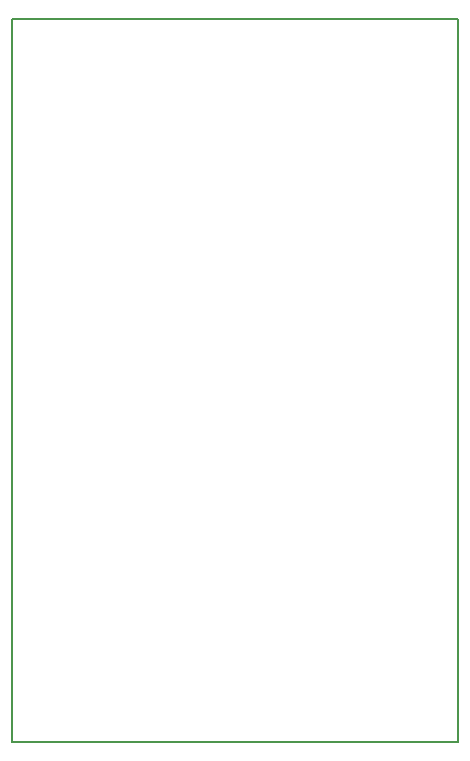
<source format=gm1>
G04 MADE WITH FRITZING*
G04 WWW.FRITZING.ORG*
G04 DOUBLE SIDED*
G04 HOLES PLATED*
G04 CONTOUR ON CENTER OF CONTOUR VECTOR*
%ASAXBY*%
%FSLAX23Y23*%
%MOIN*%
%OFA0B0*%
%SFA1.0B1.0*%
%ADD10R,1.492360X2.418310*%
%ADD11C,0.008000*%
%ADD10C,0.008*%
%LNCONTOUR*%
G90*
G70*
G54D10*
G54D11*
X4Y2414D02*
X1488Y2414D01*
X1488Y4D01*
X4Y4D01*
X4Y2414D01*
D02*
G04 End of contour*
M02*
</source>
